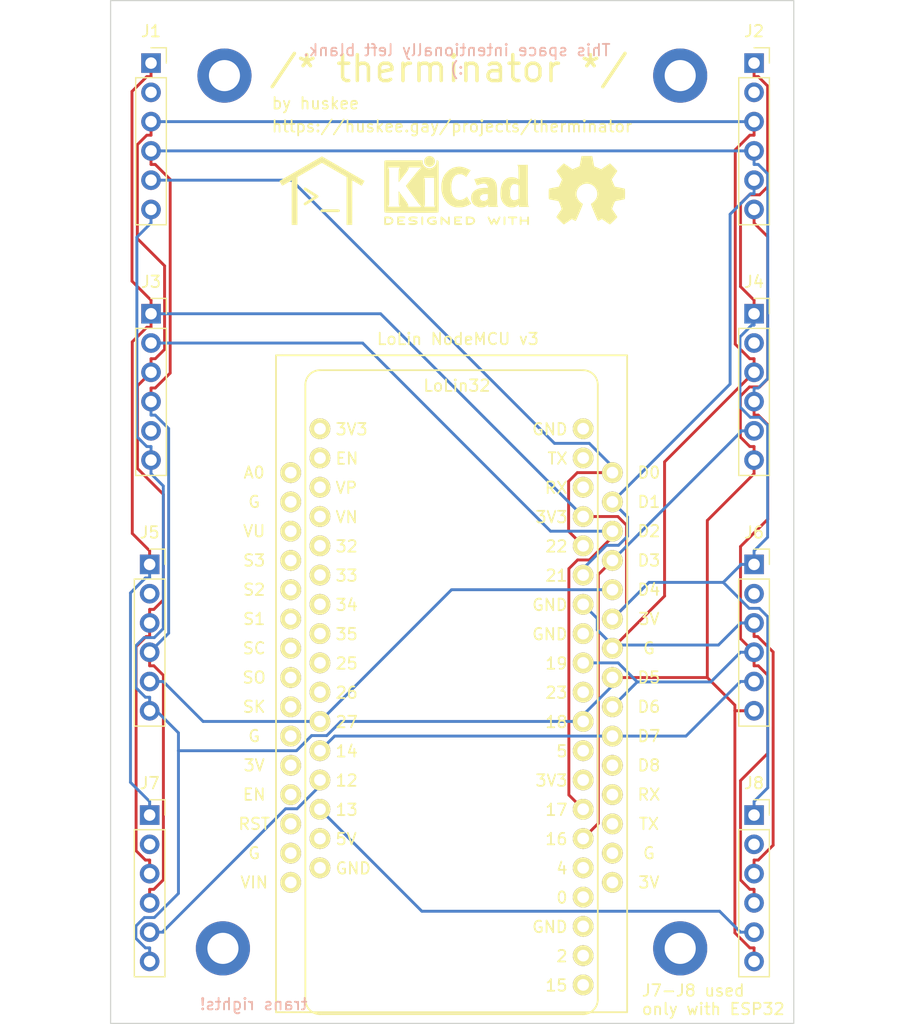
<source format=kicad_pcb>
(kicad_pcb (version 20221018) (generator pcbnew)

  (general
    (thickness 1.6)
  )

  (paper "A4")
  (title_block
    (title "therminator")
    (date "2023-12-25")
    (rev "v1")
    (company "huskee")
  )

  (layers
    (0 "F.Cu" signal)
    (31 "B.Cu" signal)
    (32 "B.Adhes" user "B.Adhesive")
    (33 "F.Adhes" user "F.Adhesive")
    (34 "B.Paste" user)
    (35 "F.Paste" user)
    (36 "B.SilkS" user "B.Silkscreen")
    (37 "F.SilkS" user "F.Silkscreen")
    (38 "B.Mask" user)
    (39 "F.Mask" user)
    (40 "Dwgs.User" user "User.Drawings")
    (41 "Cmts.User" user "User.Comments")
    (42 "Eco1.User" user "User.Eco1")
    (43 "Eco2.User" user "User.Eco2")
    (44 "Edge.Cuts" user)
    (45 "Margin" user)
    (46 "B.CrtYd" user "B.Courtyard")
    (47 "F.CrtYd" user "F.Courtyard")
    (48 "B.Fab" user)
    (49 "F.Fab" user)
    (50 "User.1" user)
    (51 "User.2" user)
    (52 "User.3" user)
    (53 "User.4" user)
    (54 "User.5" user)
    (55 "User.6" user)
    (56 "User.7" user)
    (57 "User.8" user)
    (58 "User.9" user)
  )

  (setup
    (stackup
      (layer "F.SilkS" (type "Top Silk Screen"))
      (layer "F.Paste" (type "Top Solder Paste"))
      (layer "F.Mask" (type "Top Solder Mask") (thickness 0.01))
      (layer "F.Cu" (type "copper") (thickness 0.035))
      (layer "dielectric 1" (type "core") (thickness 1.51) (material "FR4") (epsilon_r 4.5) (loss_tangent 0.02))
      (layer "B.Cu" (type "copper") (thickness 0.035))
      (layer "B.Mask" (type "Bottom Solder Mask") (thickness 0.01))
      (layer "B.Paste" (type "Bottom Solder Paste"))
      (layer "B.SilkS" (type "Bottom Silk Screen"))
      (copper_finish "None")
      (dielectric_constraints no)
    )
    (pad_to_mask_clearance 0)
    (aux_axis_origin 106.91 47.5)
    (pcbplotparams
      (layerselection 0x00010fc_ffffffff)
      (plot_on_all_layers_selection 0x0000000_00000000)
      (disableapertmacros false)
      (usegerberextensions false)
      (usegerberattributes true)
      (usegerberadvancedattributes true)
      (creategerberjobfile true)
      (dashed_line_dash_ratio 12.000000)
      (dashed_line_gap_ratio 3.000000)
      (svgprecision 4)
      (plotframeref false)
      (viasonmask false)
      (mode 1)
      (useauxorigin false)
      (hpglpennumber 1)
      (hpglpenspeed 20)
      (hpglpendiameter 15.000000)
      (dxfpolygonmode true)
      (dxfimperialunits true)
      (dxfusepcbnewfont true)
      (psnegative false)
      (psa4output false)
      (plotreference true)
      (plotvalue true)
      (plotinvisibletext false)
      (sketchpadsonfab false)
      (subtractmaskfromsilk false)
      (outputformat 1)
      (mirror false)
      (drillshape 1)
      (scaleselection 1)
      (outputdirectory "")
    )
  )

  (net 0 "")
  (net 1 "/3V3")
  (net 2 "unconnected-(J1-Pin_2-Pad2)")
  (net 3 "/GND")
  (net 4 "/POCI")
  (net 5 "/CS_A")
  (net 6 "/CLK")
  (net 7 "unconnected-(J2-Pin_2-Pad2)")
  (net 8 "/CS_B")
  (net 9 "/CS_C")
  (net 10 "unconnected-(J3-Pin_5-Pad5)")
  (net 11 "unconnected-(J4-Pin_2-Pad2)")
  (net 12 "/CS_D")
  (net 13 "unconnected-(J5-Pin_2-Pad2)")
  (net 14 "/CS_E")
  (net 15 "unconnected-(J6-Pin_2-Pad2)")
  (net 16 "/CS_F")
  (net 17 "unconnected-(U1-A0(ADC0)-Pad1)")
  (net 18 "unconnected-(U1-RSV-Pad2)")
  (net 19 "unconnected-(U1-RSV-Pad3)")
  (net 20 "unconnected-(U1-SD3(GPIO10)-Pad4)")
  (net 21 "unconnected-(U1-SD2(GPIO9)-Pad5)")
  (net 22 "unconnected-(U1-SD1(MOSI)-Pad6)")
  (net 23 "unconnected-(U1-CMD(CS)-Pad7)")
  (net 24 "unconnected-(U1-SDO(MISO)-Pad8)")
  (net 25 "unconnected-(U1-CLK(SCLK)-Pad9)")
  (net 26 "unconnected-(U1-GND-Pad10)")
  (net 27 "unconnected-(U1-3.3V-Pad11)")
  (net 28 "unconnected-(U1-EN-Pad12)")
  (net 29 "unconnected-(U1-RST-Pad13)")
  (net 30 "unconnected-(U1-GND-Pad14)")
  (net 31 "unconnected-(U1-VIN-Pad15)")
  (net 32 "unconnected-(U1-3.3V-Pad16)")
  (net 33 "unconnected-(U1-GND-Pad17)")
  (net 34 "unconnected-(U1-TX(GPIO1)-Pad18)")
  (net 35 "unconnected-(U1-RX(DPIO3)-Pad19)")
  (net 36 "unconnected-(U1-D8(GPIO15)-Pad20)")
  (net 37 "unconnected-(J7-Pin_2-Pad2)")
  (net 38 "/CS_G")
  (net 39 "unconnected-(J8-Pin_2-Pad2)")
  (net 40 "/CS_H")
  (net 41 "unconnected-(U2-15-Pad36)")
  (net 42 "unconnected-(U2-2-Pad35)")
  (net 43 "unconnected-(U2-GND-Pad34)")
  (net 44 "unconnected-(U2-0-Pad33)")
  (net 45 "unconnected-(U2-4-Pad32)")
  (net 46 "unconnected-(U2-3V3-Pad29)")
  (net 47 "unconnected-(U2-SS{slash}5{slash}LED-Pad28)")
  (net 48 "unconnected-(U2-MOSI{slash}23-Pad26)")
  (net 49 "unconnected-(U2-GND-Pad16)")
  (net 50 "unconnected-(U2-5V-Pad15)")
  (net 51 "unconnected-(U2-26-Pad10)")
  (net 52 "unconnected-(U2-25-Pad9)")
  (net 53 "unconnected-(U2-35-Pad8)")
  (net 54 "unconnected-(U2-34-Pad7)")
  (net 55 "unconnected-(U2-33-Pad6)")
  (net 56 "unconnected-(U2-32-Pad5)")
  (net 57 "unconnected-(U2-39{slash}VN-Pad4)")
  (net 58 "unconnected-(U2-36{slash}VP-Pad3)")
  (net 59 "unconnected-(U2-EN-Pad2)")
  (net 60 "unconnected-(U2-3V3-Pad1)")
  (net 61 "unconnected-(U2-GND-Pad24)")
  (net 62 "unconnected-(U2-RX-Pad19)")
  (net 63 "unconnected-(U2-TX-Pad18)")
  (net 64 "unconnected-(U2-GND-Pad17)")

  (footprint "Wemos:LoLin_32_Board_clean" (layer "F.Cu") (at 136.535 108.78))

  (footprint "Connector_PinSocket_2.54mm:PinSocket_1x06_P2.54mm_Vertical" (layer "F.Cu") (at 162.81 52.924))

  (footprint "Symbol:OSHW-Symbol_6.7x6mm_SilkScreen" (layer "F.Cu") (at 148.279041 63.97))

  (footprint "Connector_PinSocket_2.54mm:PinSocket_1x06_P2.54mm_Vertical" (layer "F.Cu") (at 162.81 74.674))

  (footprint "Connector_PinSocket_2.54mm:PinSocket_1x06_P2.54mm_Vertical" (layer "F.Cu") (at 162.81 118.174))

  (footprint "Connector_PinSocket_2.54mm:PinSocket_1x06_P2.54mm_Vertical" (layer "F.Cu") (at 110.31 118.175))

  (footprint "Connector_PinSocket_2.54mm:PinSocket_1x06_P2.54mm_Vertical" (layer "F.Cu") (at 110.43 52.924))

  (footprint "MountingHole:MountingHole_2.7mm_M2.5_DIN965_Pad_TopBottom" (layer "F.Cu") (at 156.395 129.74))

  (footprint "huskee:hackerspace_Logo_medium" (layer "F.Cu") (at 125.279041 63.47))

  (footprint "Connector_PinSocket_2.54mm:PinSocket_1x06_P2.54mm_Vertical" (layer "F.Cu") (at 110.31 96.4247))

  (footprint "MountingHole:MountingHole_2.7mm_M2.5_DIN965_Pad_TopBottom" (layer "F.Cu") (at 116.675 129.74))

  (footprint "MountingHole:MountingHole_2.7mm_M2.5_DIN965_Pad_TopBottom" (layer "F.Cu") (at 116.7955 54.01))

  (footprint "MountingHole:MountingHole_2.7mm_M2.5_DIN965_Pad_TopBottom" (layer "F.Cu") (at 156.395 54.01))

  (footprint "ESP8266:NodeMCU-LoLinV3" (layer "F.Cu") (at 136.535 108.78))

  (footprint "Symbol:KiCad-Logo2_5mm_SilkScreen" (layer "F.Cu") (at 136.967196 63.97))

  (footprint "Connector_PinSocket_2.54mm:PinSocket_1x06_P2.54mm_Vertical" (layer "F.Cu") (at 162.81 96.424))

  (footprint "Connector_PinSocket_2.54mm:PinSocket_1x06_P2.54mm_Vertical" (layer "F.Cu") (at 110.43 74.6743))

  (gr_rect (start 106.92 47.5) (end 166.26 136.25)
    (stroke (width 0.1) (type default)) (fill none) (layer "Edge.Cuts") (tstamp 69faf310-c0ca-4815-a2b8-b3049d725d49))
  (gr_text "This space intentionally left blank.\n:)" (at 137 54) (layer "B.SilkS") (tstamp 1128381b-7a30-4ea2-bf7f-731cb1f9e849)
    (effects (font (size 1 1) (thickness 0.15)) (justify bottom mirror))
  )
  (gr_text "trans rights!" (at 124.111974 135.168026) (layer "B.SilkS") (tstamp 474fa2ad-7695-4f8a-9388-630c585a2002)
    (effects (font (size 1 1) (thickness 0.15)) (justify left bottom mirror))
  )
  (gr_text "by huskee" (at 120.828193 57) (layer "F.SilkS") (tstamp 0df1709c-dc3c-43e3-84f2-a31870703e47)
    (effects (font (size 1 1) (thickness 0.15)) (justify left bottom))
  )
  (gr_text "LoLin32" (at 134 81.5) (layer "F.SilkS") (tstamp 29fe467d-d2e9-4dde-ba09-96a1d7e95078)
    (effects (font (size 1 1) (thickness 0.15)) (justify left bottom))
  )
  (gr_text "https://huskee.gay/projects/therminator" (at 120.828193 59) (layer "F.SilkS") (tstamp 2f688330-554f-431d-88c1-9a4c02cadafa)
    (effects (font (size 1 1) (thickness 0.15)) (justify left bottom))
  )
  (gr_text "/* therminator */" (at 120.546 54.73) (layer "F.SilkS") (tstamp 61dbc440-a29e-4591-81ae-6122767bba32)
    (effects (font (size 2.25 2.25) (thickness 0.3)) (justify left bottom))
  )
  (gr_text "LoLin NodeMCU v3" (at 129.96 77.45) (layer "F.SilkS") (tstamp 8fa6649d-a9f2-4f23-aa95-aee499cf95c5)
    (effects (font (size 1 1) (thickness 0.15)) (justify left bottom))
  )
  (gr_text "J7-J8 used \nonly with ESP32" (at 152.98 135.59) (layer "F.SilkS") (tstamp a2a890e7-32d2-420e-a705-ece27a8abf63)
    (effects (font (size 1 1) (thickness 0.15) bold) (justify left bottom))
  )

  (segment (start 110.43 52.924) (end 110.43 54.1009) (width 0.25) (layer "F.Cu") (net 1) (tstamp 0b00af94-f01a-4161-8bda-de74d0ea65fc))
  (segment (start 110.43 74.6743) (end 110.43 75.8512) (width 0.25) (layer "F.Cu") (net 1) (tstamp 0d96e80e-5e96-4a13-b72f-32360bffd542))
  (segment (start 163.9869 54.9099) (end 163.1779 54.1009) (width 0.25) (layer "F.Cu") (net 1) (tstamp 23570fc1-bc32-43d4-ac07-2f806e0d9ac6))
  (segment (start 163.2922 64.354) (end 163.9869 63.6593) (width 0.25) (layer "F.Cu") (net 1) (tstamp 23e8e3c9-b854-4c8d-a732-37dc5e85ff8e))
  (segment (start 108.7764 55.3867) (end 108.7764 71.8438) (width 0.25) (layer "F.Cu") (net 1) (tstamp 3af512e3-94b5-49d2-824c-9910a4837ea4))
  (segment (start 162.81 73.4971) (end 161.6331 72.3202) (width 0.25) (layer "F.Cu") (net 1) (tstamp 43318181-b2b1-42e6-bac8-a11e40890a1d))
  (segment (start 162.81 74.674) (end 162.81 73.4971) (width 0.25) (layer "F.Cu") (net 1) (tstamp 4412c744-9e72-4d5c-9619-9da9cdd2b207))
  (segment (start 110.43 54.1009) (end 110.0622 54.1009) (width 0.25) (layer "F.Cu") (net 1) (tstamp 51b45265-2ffb-46dc-a624-659b125d16b1))
  (segment (start 110.43 74.6743) (end 110.43 73.4974) (width 0.25) (layer "F.Cu") (net 1) (tstamp 534e9e8a-b473-4cbe-9ccf-40d39bd85811))
  (segment (start 162.401 64.354) (end 163.2922 64.354) (width 0.25) (layer "F.Cu") (net 1) (tstamp 56f13f0e-0279-4f5f-8bbe-4e5281eb5dda))
  (segment (start 110.0622 54.1009) (end 108.7764 55.3867) (width 0.25) (layer "F.Cu") (net 1) (tstamp 6e89a478-ba22-4345-b4e8-6abbf427f5b1))
  (segment (start 150.505 101.16) (end 151.7319 99.9331) (width 0.25) (layer "F.Cu") (net 1) (tstamp 737f3a0b-a98b-4c23-850d-81ce7811231a))
  (segment (start 162.81 52.924) (end 162.81 54.1009) (width 0.25) (layer "F.Cu") (net 1) (tstamp 7f11734f-9bd0-4cf4-93fb-6cba181da93a))
  (segment (start 108.8012 93.739) (end 110.31 95.2478) (width 0.25) (layer "F.Cu") (net 1) (tstamp 87caf347-0709-4e26-9e62-f982c59d5d38))
  (segment (start 150.9828 92.27) (end 147.965 92.27) (width 0.25) (layer "F.Cu") (net 1) (tstamp 983efd7e-1846-4459-afe2-dda93fe54007))
  (segment (start 151.7319 99.9331) (end 151.7319 93.0191) (width 0.25) (layer "F.Cu") (net 1) (tstamp a5f81e2a-37c2-4b13-9f1a-0629c8a8b01e))
  (segment (start 110.31 96.4247) (end 110.31 95.2478) (width 0.25) (layer "F.Cu") (net 1) (tstamp ad288f93-a119-4790-98e9-c6692a8e98a1))
  (segment (start 161.6331 72.3202) (end 161.6331 65.1219) (width 0.25) (layer "F.Cu") (net 1) (tstamp b5c821f9-8f2e-46e8-8b10-cbac3d64fa5b))
  (segment (start 110.43 75.8512) (end 110.0621 75.8512) (width 0.25) (layer "F.Cu") (net 1) (tstamp bca58898-60ff-484d-842d-5a44e5cd4cd4))
  (segment (start 163.1779 54.1009) (end 162.81 54.1009) (width 0.25) (layer "F.Cu") (net 1) (tstamp c4547d1f-afa0-42c4-9bab-51c5d8f9ac7a))
  (segment (start 151.7319 93.0191) (end 150.9828 92.27) (width 0.25) (layer "F.Cu") (net 1) (tstamp d0739ed0-524f-485b-8fc2-09c114fb40a3))
  (segment (start 108.8012 77.1121) (end 108.8012 93.739) (width 0.25) (layer "F.Cu") (net 1) (tstamp d8ec5851-afa7-4095-b8cd-62184475a454))
  (segment (start 163.9869 63.6593) (end 163.9869 54.9099) (width 0.25) (layer "F.Cu") (net 1) (tstamp da473139-0bd2-4ce9-b7d1-030c87452297))
  (segment (start 110.0621 75.8512) (end 108.8012 77.1121) (width 0.25) (layer "F.Cu") (net 1) (tstamp deff010d-f8f3-4626-b2a1-18146d42d616))
  (segment (start 161.6331 65.1219) (end 162.401 64.354) (width 0.25) (layer "F.Cu") (net 1) (tstamp ef944683-f8ae-4b32-a868-21f9d422e5b1))
  (segment (start 108.7764 71.8438) (end 110.43 73.4974) (width 0.25) (layer "F.Cu") (net 1) (tstamp f32e45e8-c6fe-4db7-bbe0-31e0304c2755))
  (segment (start 162.6061 75.6637) (end 161.5868 76.683) (width 0.25) (layer "B.Cu") (net 1) (tstamp 025cf0f7-d14d-4838-a9d3-5cca7d6f39cc))
  (segment (start 162.81 96.424) (end 161.6331 96.424) (width 0.25) (layer "B.Cu") (net 1) (tstamp 02e57742-0e02-4158-a89d-a5bd78295db6))
  (segment (start 162.81 118.174) (end 162.81 116.9971) (width 0.25) (layer "B.Cu") (net 1) (tstamp 103d8728-dc03-48a6-8370-b5eacf790c8b))
  (segment (start 163.2662 100.234) (end 162.3832 100.234) (width 0.25) (layer "B.Cu") (net 1) (tstamp 127a6e00-916c-47d7-9b7b-0e6e9f70d87e))
  (segment (start 162.81 75.6637) (end 162.6061 75.6637) (width 0.25) (layer "B.Cu") (net 1) (tstamp 17bed8d8-3e14-412c-915c-85fe36dc85ea))
  (segment (start 110.31 97.6016) (end 109.9422 97.6016) (width 0.25) (layer "B.Cu") (net 1) (tstamp 1ecb558d-dfa4-4e9f-acb8-145397dabf9d))
  (segment (start 163.2975 83.6571) (end 163.9869 84.3465) (width 0.25) (layer "B.Cu") (net 1) (tstamp 1ed8b8ab-32b4-4a75-930c-e1527f37851b))
  (segment (start 163.9869 94.0702) (end 162.81 95.2471) (width 0.25) (layer "B.Cu") (net 1) (tstamp 23c5f5e2-63fb-4223-ad86-2b3cbc734fe0))
  (segment (start 160.1331 97.9839) (end 153.6811 97.9839) (width 0.25) (layer "B.Cu") (net 1) (tstamp 31954345-bae4-48a4-b664-8db9759c9700))
  (segment (start 162.4791 83.6571) (end 163.2975 83.6571) (width 0.25) (layer "B.Cu") (net 1) (tstamp 35fee062-dd79-4f84-b2e8-56bed2fb961d))
  (segment (start 163.9869 84.3465) (end 163.9869 94.0702) (width 0.25) (layer "B.Cu") (net 1) (tstamp 3dc136be-6e85-434f-94b3-6660975134dd))
  (segment (start 163.9991 115.808) (end 163.9991 100.9669) (width 0.25) (layer "B.Cu") (net 1) (tstamp 43cc8f86-c205-497e-be8e-97d1bf5b0f82))
  (segment (start 108.6455 98.8983) (end 108.6455 115.3336) (width 0.25) (layer "B.Cu") (net 1) (tstamp 50403ad3-da54-421b-99d1-49ccbdc468a8))
  (segment (start 109.9422 97.6016) (end 108.6455 98.8983) (width 0.25) (layer "B.Cu") (net 1) (tstamp 599129e6-7fce-4efc-b669-1987dbedfc9a))
  (segment (start 162.3832 100.234) (end 160.1331 97.9839) (width 0.25) (layer "B.Cu") (net 1) (tstamp 6147e9d8-c870-42e8-9f42-f15c67e3123e))
  (segment (start 110.43 74.6743) (end 130.3693 74.6743) (width 0.25) (layer "B.Cu") (net 1) (tstamp 6b35a7c0-d6e3-447a-92c1-d90bb4ea9bed))
  (segment (start 110.31 118.175) (end 110.31 116.9981) (width 0.25) (layer "B.Cu") (net 1) (tstamp 76dc3622-29c6-4b28-a8f6-53705f5564c7))
  (segment (start 161.6331 96.4839) (end 161.6331 96.424) (width 0.25) (layer "B.Cu") (net 1) (tstamp 93f0855f-5276-499a-b61a-eb5f924e306d))
  (segment (start 160.1331 97.9839) (end 161.6331 96.4839) (width 0.25) (layer "B.Cu") (net 1) (tstamp a20d0089-98f9-4c05-95a1-0b5ee205cce0))
  (segment (start 162.81 74.674) (end 162.81 75.6637) (width 0.25) (layer "B.Cu") (net 1) (tstamp a9ccc50a-648c-408e-b4ba-a9f0d5cc3220))
  (segment (start 162.81 96.424) (end 162.81 95.2471) (width 0.25) (layer "B.Cu") (net 1) (tstamp acd7e098-929b-42c1-b5cb-fa1fd3d11ffe))
  (segment (start 161.5868 76.683) (end 161.5868 82.7648) (width 0.25) (layer "B.Cu") (net 1) (tstamp cb6399f3-d4c5-4301-a84a-862aab0a5790))
  (segment (start 163.9991 100.9669) (end 163.2662 100.234) (width 0.25) (layer "B.Cu") (net 1) (tstamp cb83341c-2863-4db9-bdf4-8dc81672d5dc))
  (segment (start 130.3693 74.6743) (end 147.965 92.27) (width 0.25) (layer "B.Cu") (net 1) (tstamp cf8810e5-5911-4a89-8b34-97e9696d8ded))
  (segment (start 161.5868 82.7648) (end 162.4791 83.6571) (width 0.25) (layer "B.Cu") (net 1) (tstamp e3d96f74-86d3-4435-9ad8-3a1f2e67d64c))
  (segment (start 110.31 96.4247) (end 110.31 97.6016) (width 0.25) (layer "B.Cu") (net 1) (tstamp e5a3b2b7-d20d-4fee-8966-93b296b65e7f))
  (segment (start 162.81 116.9971) (end 163.9991 115.808) (width 0.25) (layer "B.Cu") (net 1) (tstamp e87023be-3a23-4336-86b7-66054e76cd3e))
  (segment (start 108.6455 115.3336) (end 110.31 116.9981) (width 0.25) (layer "B.Cu") (net 1) (tstamp fc5f4f46-9ebc-4a70-ac8f-7cc314120b8d))
  (segment (start 153.6811 97.9839) (end 150.505 101.16) (width 0.25) (layer "B.Cu") (net 1) (tstamp ffc0e0ba-c45f-464f-8411-126cbe81fab4))
  (segment (start 109.1331 121.2691) (end 109.9421 122.0781) (width 0.25) (layer "F.Cu") (net 3) (tstamp 01d27993-36aa-449c-8282-5da62ed85607))
  (segment (start 163.1778 122.0771) (end 164.4656 120.7893) (width 0.25) (layer "F.Cu") (net 3) (tstamp 02b0446b-4728-4a1e-a419-cae8687f5fe5))
  (segment (start 111.504 90.3502) (end 109.2531 88.0993) (width 0.25) (layer "F.Cu") (net 3) (tstamp 090c391a-7f01-4dc2-87ba-7ca44588cc3d))
  (segment (start 162.81 123.254) (end 162.81 122.0771) (width 0.25) (layer "F.Cu") (net 3) (tstamp 0a2bfb69-a34b-462a-befd-457e1bd4e761))
  (segment (start 110.43 58.004) (end 110.43 59.1809) (width 0.25) (layer "F.Cu") (net 3) (tstamp 0e6f600f-d947-45ac-ba12-29c0a6d3d34d))
  (segment (start 110.31 101.5047) (end 110.31 100.3278) (width 0.25) (layer "F.Cu") (net 3) (tstamp 1e01e48f-ccc0-44f1-a682-03451cc4952e))
  (segment (start 162.81 58.004) (end 162.81 59.1809) (width 0.25) (layer "F.Cu") (net 3) (tstamp 2420ad43-9c41-486d-b940-d2526b3ec006))
  (segment (start 162.4442 59.1809) (end 162.81 59.1809) (width 0.25) (layer "F.Cu") (net 3) (tstamp 251e5874-2465-488c-8b80-a6222d548c1c))
  (segment (start 110.31 101.5047) (end 110.31 102.6816) (width 0.25) (layer "F.Cu") (net 3) (tstamp 2e55378e-ccc0-4cf6-95cb-0f532692fe3c))
  (segment (start 110.0087 102.6816) (end 109.1331 103.5572) (width 0.25) (layer "F.Cu") (net 3) (tstamp 2e865d94-dd2b-4524-af49-0571b592d40a))
  (segment (start 162.81 102.0924) (end 162.81 101.504) (width 0.25) (layer "F.Cu") (net 3) (tstamp 34dfb4eb-71d2-43c2-9387-ea202b2e1354))
  (segment (start 109.9421 122.0781) (end 110.31 122.0781) (width 0.25) (layer "F.Cu") (net 3) (tstamp 51785115-4b42-4696-9255-d8c96c554c42))
  (segment (start 110.0642 59.1809) (end 110.43 59.1809) (width 0.25) (layer "F.Cu") (net 3) (tstamp 52be41db-40fc-4afc-8e6a-f221fa545b66))
  (segment (start 110.31 100.3278) (end 110.6758 100.3278) (width 0.25) (layer "F.Cu") (net 3) (tstamp 53841ffa-9ff9-489c-826f-b998d6ba371e))
  (segment (start 162.4422 78.5771) (end 161.1774 77.3123) (width 0.25) (layer "F.Cu") (net 3) (tstamp 5986989d-fdff-43b0-9f00-76c0780c7617))
  (segment (start 109.2531 80.9312) (end 110.43 79.7543) (width 0.25) (layer "F.Cu") (net 3) (tstamp 5ad1bc2f-dbb5-43da-a89b-32288c33c852))
  (segment (start 162.81 122.0771) (end 163.1778 122.0771) (width 0.25) (layer "F.Cu") (net 3) (tstamp 6194abe3-325c-477c-b135-e1524285b4fb))
  (segment (start 109.1331 103.5572) (end 109.1331 121.2691) (width 0.25) (layer "F.Cu") (net 3) (tstamp 63dde8cc-ee37-43a4-8968-5d98efa7a457))
  (segment (start 111.504 99.4996) (end 111.504 90.3502) (width 0.25) (layer "F.Cu") (net 3) (tstamp 6a44a2fb-7dd9-46c3-89e4-2cbd75766955))
  (segment (start 110.7979 78.5774) (end 111.6069 77.7684) (width 0.25) (layer "F.Cu") (net 3) (tstamp 8124e644-c719-47a0-9944-79a5fc2f4c19))
  (segment (start 110.43 79.7543) (end 110.43 78.5774) (width 0.25) (layer "F.Cu") (net 3) (tstamp 8c026793-8403-4f1a-b192-a27bdac4c038))
  (segment (start 163.124 102.6809) (end 162.81 102.6809) (width 0.25) (layer "F.Cu") (net 3) (tstamp 9db63084-f0f3-41f9-9c54-919dd50208ff))
  (segment (start 162.81 79.754) (end 162.81 78.5771) (width 0.25) (layer "F.Cu") (net 3) (tstamp 9f4ea1e5-ee5e-47a3-abd3-ba1779948182))
  (segment (start 155.0368 87.5272) (end 162.81 79.754) (width 0.25) (layer "F.Cu") (net 3) (tstamp a8e93dc5-6aab-4fdc-9829-edb2fc89bc32))
  (segment (start 110.31 123.255) (end 110.31 122.0781) (width 0.25) (layer "F.Cu") (net 3) (tstamp a90cf220-57d2-48af-a2ea-11714904939e))
  (segment (start 164.4656 120.7893) (end 164.4656 104.0225) (width 0.25) (layer "F.Cu") (net 3) (tstamp b6eb1dda-cfea-4941-979d-98f3cbd490c6))
  (segment (start 111.6069 70.5155) (end 109.2415 68.1501) (width 0.25) (layer "F.Cu") (net 3) (tstamp b7529cab-fef0-4011-b293-e1c2d9fe7f64))
  (segment (start 110.31 102.6816) (end 110.0087 102.6816) (width 0.25) (layer "F.Cu") (net 3) (tstamp bd20517d-d4ee-4fe9-b3bd-0d3418ca39f9))
  (segment (start 161.1774 60.4477) (end 162.4442 59.1809) (width 0.25) (layer "F.Cu") (net 3) (tstamp bf99ea15-f43c-4ff8-8b26-aa71b4bfdd67))
  (segment (start 155.0368 99.1682) (end 155.0368 87.5272) (width 0.25) (layer "F.Cu") (net 3) (tstamp c533da1b-b15a-4e6c-9da4-e4789db30b4f))
  (segment (start 161.1774 77.3123) (end 161.1774 60.4477) (width 0.25) (layer "F.Cu") (net 3) (tstamp c5df6de6-61d8-42fc-ba1e-eeb4ed8988de))
  (segment (start 109.2415 60.0036) (end 110.0642 59.1809) (width 0.25) (layer "F.Cu") (net 3) (tstamp c8a4129b-4ad1-4ea8-991e-e6b6b9faa865))
  (segment (start 162.81 78.5771) (end 162.4422 78.5771) (width 0.25) (layer "F.Cu") (net 3) (tstamp c99caaf1-a5df-4a7a-bf98-a0e9a70631f5))
  (segment (start 110.6758 100.3278) (end 111.504 99.4996) (width 0.25) (layer "F.Cu") (net 3) (tstamp cd730cad-f35f-49de-a801-4059e178e8ed))
  (segment (start 110.43 78.5774) (end 110.7979 78.5774) (width 0.25) (layer "F.Cu") (net 3) (tstamp d32db7fd-aac4-4e81-bb39-7ced0ab849fe))
  (segment (start 164.4656 104.0225) (end 163.124 102.6809) (width 0.25) (layer "F.Cu") (net 3) (tstamp dcba8a9c-90b4-4a83-a4fa-5774000b9e87))
  (segment (start 150.505 103.7) (end 155.0368 99.1682) (width 0.25) (layer "F.Cu") (net 3) (tstamp e0c72840-0a1d-4b9f-844b-5a0d66f59c6f))
  (segment (start 162.81 102.0924) (end 162.81 102.6809) (width 0.25) (layer "F.Cu") (net 3) (tstamp f0244d45-ecef-48eb-8018-7d1c0637c055))
  (segment (start 109.2531 88.0993) (end 109.2531 80.9312) (width 0.25) (layer "F.Cu") (net 3) (tstamp f26c6ce9-bfe9-4065-975d-4ac2e4ba0d71))
  (segment (start 111.6069 77.7684) (end 111.6069 70.5155) (width 0.25) (layer "F.Cu") (net 3) (tstamp fdfdf37c-a198-45a2-aebd-60dc4f5f43b7))
  (segment (start 109.2415 68.1501) (end 109.2415 60.0036) (width 0.25) (layer "F.Cu") (net 3) (tstamp ff583254-7f41-49cb-952b-496753cfbca0))
  (segment (start 149.196 102.1096) (end 150.505 103.4186) (width 0.25) (layer "B.Cu") (net 3) (tstamp 6cc7816c-b6e6-4837-954b-55f1a3490d1c))
  (segment (start 110.43 58.004) (end 162.81 58.004) (width 0.25) (layer "B.Cu") (net 3) (tstamp 9c32dff0-4b23-482f-9606-14d4c27d04f3))
  (segment (start 150.505 103.4186) (end 150.505 103.7) (width 0.25) (layer "B.Cu") (net 3) (tstamp ac9e22b9-c000-4b7b-9e3e-e8122da86fdb))
  (segment (start 147.965 99.89) (end 149.196 101.121) (width 0.25) (layer "B.Cu") (net 3) (tstamp d00743c7-1d2d-412a-a109-04cdb17d029f))
  (segment (start 150.505 103.4186) (end 159.7185 103.4186) (width 0.25) (layer "B.Cu") (net 3) (tstamp ef400cda-7fe5-4307-befb-efa6a224b793))
  (segment (start 149.196 101.121) (end 149.196 102.1096) (width 0.25) (layer "B.Cu") (net 3) (tstamp f2dbcd38-1fe2-4c5b-83b2-18f403e1adba))
  (segment (start 159.7185 103.4186) (end 161.6331 101.504) (width 0.25) (layer "B.Cu") (net 3) (tstamp f328d31b-d31d-4349-ad30-1dbfb174a24c))
  (segment (start 162.81 101.504) (end 161.6331 101.504) (width 0.25) (layer "B.Cu") (net 3) (tstamp fc943b2c-763e-4eca-ba41-e2a5fb81b116))
  (segment (start 162.81 104.044) (end 162.81 105.2209) (width 0.25) (layer "F.Cu") (net 4) (tstamp 083f1c3d-3d77-4fe9-b842-574e2e529bb7))
  (segment (start 112.0942 79.821) (end 112.0942 63.0193) (width 0.25) (layer "F.Cu") (net 4) (tstamp 09d6efd1-6b80-4448-9916-5b746d68c2c7))
  (segment (start 110.31 125.795) (end 110.31 124.6181) (width 0.25) (layer "F.Cu") (net 4) (tstamp 1f51378a-8797-4c7b-a848-029f490d5bac))
  (segment (start 110.7978 81.1174) (end 112.0942 79.821) (width 0.25) (layer "F.Cu") (net 4) (tstamp 27d0223f-756a-4e49-9260-c699a9b70aef))
  (segment (start 110.43 60.544) (end 110.43 61.7209) (width 0.25) (layer "F.Cu") (net 4) (tstamp 2d232d8f-e645-4172-b330-0bcecc767424))
  (segment (start 162.81 105.2209) (end 163.1779 105.2209) (width 0.25) (layer "F.Cu") (net 4) (tstamp 33e7d551-0e0a-45df-916f-f2d36790269e))
  (segment (start 110.31 105.2216) (end 110.6778 105.2216) (width 0.25) (layer "F.Cu") (net 4) (tstamp 353ff592-1481-44f7-aff3-869110ddd0f6))
  (segment (start 162.4442 124.6171) (end 162.81 124.6171) (width 0.25) (layer "F.Cu") (net 4) (tstamp 46634faa-b343-4bb3-ba77-56aa731b4061))
  (segment (start 110.6778 105.2216) (end 111.504 106.0478) (width 0.25) (layer "F.Cu") (net 4) (tstamp 497e6089-284b-4477-8254-a8b050bd14b5))
  (segment (start 110.43 82.2943) (end 110.43 81.1174) (width 0.25) (layer "F.Cu") (net 4) (tstamp 4c7651b2-ee8d-4e4d-8ef8-b78377cb452b))
  (segment (start 162.81 83.4709) (end 163.1778 83.4709) (width 0.25) (layer "F.Cu") (net 4) (tstamp 56c4ce85-890f-4145-9b9e-88ebfc309e0c))
  (segment (start 161.6331 94.8708) (end 161.6331 102.8671) (width 0.25) (layer "F.Cu") (net 4) (tstamp 5d0b0798-6982-4aea-affd-1ae688573052))
  (segment (start 163.9998 84.2929) (end 163.9998 92.5041) (width 0.25) (layer "F.Cu") (net 4) (tstamp 5fb5b32c-b2d5-4a62-9381-9c45982b774a))
  (segment (start 111.504 106.0478) (end 111.504 123.7899) (width 0.25) (layer "F.Cu") (net 4) (tstamp 648c9541-b256-4e97-999d-1bedfa058470))
  (segment (start 162.81 125.794) (end 162.81 124.6171) (width 0.25) (layer "F.Cu") (net 4) (tstamp 6efc16f3-0c6a-4d95-8b22-da46f43524aa))
  (segment (start 110.7958 61.7209) (end 110.43 61.7209) (width 0.25) (layer "F.Cu") (net 4) (tstamp 7887b4d2-f1dd-401a-be11-65a122a7a0c2))
  (segment (start 163.9869 112.8324) (end 161.6331 115.1862) (width 0.25) (layer "F.Cu") (net 4) (tstamp 7c95172b-729b-450a-8002-f4d51c59c2a9))
  (segment (start 112.0942 63.0193) (end 110.7958 61.7209) (width 0.25) (layer "F.Cu") (net 4) (tstamp 8f8871ff-ad69-4679-979d-84e53aca6d41))
  (segment (start 162.81 82.294) (end 162.81 83.4709) (width 0.25) (layer "F.Cu") (net 4) (tstamp 8f95eed3-0e92-485d-abfd-454de0bc9289))
  (segment (start 161.6331 102.8671) (end 162.81 104.044) (width 0.25) (layer "F.Cu") (net 4) (tstamp 909ed26f-1e06-42b2-8a80-11468f18919e))
  (segment (start 161.6331 123.806) (end 162.4442 124.6171) (width 0.25) (layer "F.Cu") (net 4) (tstamp 9ddb3b24-8468-41de-8741-da6672fde5dd))
  (segment (start 163.1778 83.4709) (end 163.9998 84.2929) (width 0.25) (layer "F.Cu") (net 4) (tstamp aa49019f-63f0-4439-b239-9504919fcff7))
  (segment (start 163.9998 92.5041) (end 161.6331 94.8708) (width 0.25) (layer "F.Cu") (net 4) (tstamp c74c9a21-61a9-4df7-9cef-c6331accf4be))
  (segment (start 111.504 123.7899) (end 110.6758 124.6181) (width 0.25) (layer "F.Cu") (net 4) (tstamp cea3a8a9-c5bf-40d4-ab75-0d37e992da84))
  (segment (start 110.6758 124.6181) (end 110.31 124.6181) (width 0.25) (layer "F.Cu") (net 4) (tstamp d1289ad7-435a-4e7a-9393-dd8bd4e02d9d))
  (segment (start 161.6331 115.1862) (end 161.6331 123.806) (width 0.25) (layer "F.Cu") (net 4) (tstamp d47fa7c3-3eab-4f14-b1b8-67bf1ac04350))
  (segment (start 110.43 81.1174) (end 110.7978 81.1174) (width 0.25) (layer "F.Cu") (net 4) (tstamp d6b8a22a-f262-4243-bbb5-9607d5c1499c))
  (segment (start 110.31 104.0447) (end 110.31 105.2216) (width 0.25) (layer "F.Cu") (net 4) (tstamp e3670c8a-0c8a-404e-a649-ca0229e8f9db))
  (segment (start 163.1779 105.2209) (end 163.9869 106.0299) (width 0.25) (layer "F.Cu") (net 4) (tstamp e504af68-0524-429c-82e1-e443e91704d8))
  (segment (start 163.9869 106.0299) (end 163.9869 112.8324) (width 0.25) (layer "F.Cu") (net 4) (tstamp ea0eb465-03d9-4ea4-befa-1434b939d981))
  (segment (start 111.9606 84.634) (end 110.7978 83.4712) (width 0.25) (layer "B.Cu") (net 4) (tstamp 011742b1-3cf8-4482-b3a1-84b3b1ea16ab))
  (segment (start 110.31 104.0447) (end 111.9606 102.3941) (width 0.25) (layer "B.Cu") (net 4) (tstamp 053c2fcc-2cf4-4181-acc8-715ece769f1c))
  (segment (start 110.43 82.2943) (end 110.43 83.4712) (width 0.25) (layer "B.Cu") (net 4) (tstamp 1504e322-a28e-4e27-bf83-1bf379499304))
  (segment (start 152.6634 106.6216) (end 150.505 108.78) (width 0.25) (layer "B.Cu") (net 4) (tstamp 24be95de-db7d-4e9a-8ca9-1d19deda9007))
  (segment (start 110.7978 83.4712) (end 110.43 83.4712) (width 0.25) (layer "B.Cu") (net 4) (tstamp 29815a2d-125c-43cc-9c16-1dd72a482438))
  (segment (start 162.81 104.044) (end 161.6331 104.044) (width 0.25) (layer "B.Cu") (net 4) (tstamp 4911a3a6-f648-431e-bfc9-f2badd537c99))
  (segment (start 110.43 60.544) (end 162.81 60.544) (width 0.25) (layer "B.Cu") (net 4) (tstamp 52866197-9e10-42f4-a68e-752288018a3b))
  (segment (start 162.81 82.294) (end 162.81 81.1171) (width 0.25) (layer "B.Cu") (net 4) (tstamp 55d19f08-1a50-4654-bfc5-547e0cba0553))
  (segment (start 163.1778 61.7209) (end 163.997 62.5401) (width 0.25) (layer "B.Cu") (net 4) (tstamp 63063c15-1f04-4c58-ac55-f34302bb3cf2))
  (segment (start 159.0555 106.6216) (end 161.6331 104.044) (width 0.25) (layer "B.Cu") (net 4) (tstamp 6a05d5e9-31c5-4a6e-8b5b-af6e705a38c9))
  (segment (start 163.1758 81.1171) (end 162.81 81.1171) (width 0.25) (layer "B.Cu") (net 4) (tstamp 7992f8d0-9191-4ee7-9097-605c60e028dd))
  (segment (start 147.965 104.97) (end 151.0118 104.97) (width 0.25) (layer "B.Cu") (net 4) (tstamp 84bb8f64-65d4-428e-8529-f56368312570))
  (segment (start 163.997 62.5401) (end 163.997 80.2959) (width 0.25) (layer "B.Cu") (net 4) (tstamp 8f37ae43-1a1b-4efb-ab66-03ec03870202))
  (segment (start 151.0118 104.97) (end 152.6634 106.6216) (width 0.25) (layer "B.Cu") (net 4) (tstamp b5ed5642-1e25-4cfc-b255-c115a4e71726))
  (segment (start 111.9606 102.3941) (end 111.9606 84.634) (width 0.25) (layer "B.Cu") (net 4) (tstamp c3a9e0b7-e90b-4e86-9e43-76985e6c78d1))
  (segment (start 163.997 80.2959) (end 163.1758 81.1171) (width 0.25) (layer "B.Cu") (net 4) (tstamp cdfc5611-33a9-4220-a5e6-d19a393b9fe0))
  (segment (start 152.6634 106.6216) (end 159.0555 106.6216) (width 0.25) (layer "B.Cu") (net 4) (tstamp de66e9a5-ed23-4620-9e7c-15ae29042d8e))
  (segment (start 162.81 60.544) (end 162.81 61.7209) (width 0.25) (layer "B.Cu") (net 4) (tstamp eb7d66eb-2ff3-4ed6-9144-f13e8b59eb42))
  (segment (start 162.81 61.7209) (end 163.1778 61.7209) (width 0.25) (layer "B.Cu") (net 4) (tstamp f86a2202-96da-4a52-85db-52286c86b9b6))
  (segment (start 150.505 88.46) (end 147.4588 88.46) (width 0.25) (layer "F.Cu") (net 5) (tstamp 5f345c38-d5b0-4f9a-a7bf-bb1d6a9c8cdf))
  (segment (start 146.7009 89.2179) (end 146.7009 93.5459) (width 0.25) (layer "F.Cu") (net 5) (tstamp ac5a9518-1568-4515-9427-e3afeb3985a8))
  (segment (start 147.4588 88.46) (end 146.7009 89.2179) (width 0.25) (layer "F.Cu") (net 5) (tstamp b2a2f5a7-acac-49d7-bc14-b7013cd1591a))
  (segment (start 146.7009 93.5459) (end 147.965 94.81) (width 0.25) (layer "F.Cu") (net 5) (tstamp cac678b8-49c7-4c26-a6a7-485f6ea480d0))
  (segment (start 110.43 63.084) (end 122.6421 63.084) (width 0.25) (layer "B.Cu") (net 5) (tstamp 15417b5b-905a-4c0e-a478-ca3dfb4e4d57))
  (segment (start 148.5011 85.92) (end 150.505 87.9239) (width 0.25) (layer "B.Cu") (net 5) (tstamp 192a758e-7feb-4f4e-ab6c-6c1bb54ad827))
  (segment (start 122.6421 63.084) (end 145.4781 85.92) (width 0.25) (layer "B.Cu") (net 5) (tstamp 37d0005f-bcdd-4429-867a-ddfccf608ba4))
  (segment (start 145.4781 85.92) (end 148.5011 85.92) (width 0.25) (layer "B.Cu") (net 5) (tstamp 66a1ad7d-1089-4c57-b316-a7d5f8880d7b))
  (segment (start 150.505 87.9239) (end 150.505 88.46) (width 0.25) (layer "B.Cu") (net 5) (tstamp 6b6ee19f-0c69-4e9f-80a0-2d985612f338))
  (segment (start 162.81 86.1971) (end 162.4422 86.1971) (width 0.25) (layer "F.Cu") (net 6) (tstamp 050f1b81-3ddd-40a6-a2c1-f348bb403d5c))
  (segment (start 161.1461 108.637) (end 161.1461 109.124) (width 0.25) (layer "F.Cu") (net 6) (tstamp 10547f66-b15d-4c2c-8906-565803b5985b))
  (segment (start 162.81 109.124) (end 161.6331 109.124) (width 0.25) (layer "F.Cu") (net 6) (tstamp 1b429a60-4308-445b-9344-cfa5a1692086))
  (segment (start 161.1461 109.124) (end 161.6331 109.124) (width 0.25) (layer "F.Cu") (net 6) (tstamp 49c0a336-a988-4fcf-988f-684bc42fdf8d))
  (segment (start 162.81 87.374) (end 162.81 86.1971) (width 0.25) (layer "F.Cu") (net 6) (tstamp 4a7f8bd0-e0ef-4e48-bd22-0b9a378268cc))
  (segment (start 161.6211 81.8185) (end 162.4156 81.024) (width 0.25) (layer "F.Cu") (net 6) (tstamp 4ad64952-2bcb-4c02-8452-1d2a9b8bc291))
  (segment (start 158.7491 106.24) (end 158.7491 92.6118) (width 0.25) (layer "F.Cu") (net 6) (tstamp 4bdd0306-e736-4435-ab95-2d9757af27f6))
  (segment (start 161.1461 109.124) (end 161.1461 128.399) (width 0.25) (layer "F.Cu") (net 6) (tstamp 80f7991a-9954-496f-b78f-8a5056398074))
  (segment (start 162.81 87.374) (end 162.81 88.5509) (width 0.25) (layer "F.Cu") (net 6) (tstamp 81426073-edf9-4ba7-8f6b-7ff4e4b26a8b))
  (segment (start 158.7491 106.24) (end 161.1461 108.637) (width 0.25) (layer "F.Cu") (net 6) (tstamp 92668c0c-3f4f-4b3b-b4b3-e0da18180f8b))
  (segment (start 162.81 130.874) (end 162.81 129.6971) (width 0.25) (layer "F.Cu") (net 6) (tstamp 92877c73-d45f-44ad-bbca-eb58cfc2c14d))
  (segment (start 161.1461 128.399) (end 162.4442 129.6971) (width 0.25) (layer "F.Cu") (net 6) (tstamp 93d442aa-edb5-4bb1-8e6b-6db3f8e56017))
  (segment (start 163.9869 67.9778) (end 162.81 66.8009) (width 0.25) (layer "F.Cu") (net 6) (tstamp 9e49d2ef-924a-4f01-bb2b-1f3271b36dda))
  (segment (start 158.7491 92.6118) (end 162.81 88.5509) (width 0.25) (layer "F.Cu") (net 6) (tstamp a621db0c-13f2-4c39-b37e-4fcdf6c10223))
  (segment (start 162.4156 81.024) (end 163.2986 81.024) (width 0.25) (layer "F.Cu") (net 6) (tstamp a692ff29-5498-4d50-bdd6-daa6f46f1f20))
  (segment (start 150.505 106.24) (end 158.7491 106.24) (width 0.25) (layer "F.Cu") (net 6) (tstamp abfccc04-70d6-4dd1-8701-3bdaa8f410c9))
  (segment (start 161.6211 85.376) (end 161.6211 81.8185) (width 0.25) (layer "F.Cu") (net 6) (tstamp b2b9252f-8c87-409f-b372-077604d83cfe))
  (segment (start 162.4422 86.1971) (end 161.6211 85.376) (width 0.25) (layer "F.Cu") (net 6) (tstamp b39d67a6-683c-47fe-bdf8-330475b197c8))
  (segment (start 162.81 65.624) (end 162.81 66.8009) (width 0.25) (layer "F.Cu") (net 6) (tstamp b91242e4-37b8-4d00-94ef-3c2a657a6be6))
  (segment (start 163.2986 81.024) (end 163.9869 80.3357) (width 0.25) (layer "F.Cu") (net 6) (tstamp e13ee3f3-0904-404f-9ca8-4757e6a5829a))
  (segment (start 163.9869 80.3357) (end 163.9869 67.9778) (width 0.25) (layer "F.Cu") (net 6) (tstamp e297666e-7c76-4c3c-8e06-9e3c5bad337e))
  (segment (start 162.4442 129.6971) (end 162.81 129.6971) (width 0.25) (layer "F.Cu") (net 6) (tstamp e9075fec-6d40-4d98-8fca-b9ed5816dbb3))
  (segment (start 124.3824 111.2769) (end 125.6961 111.2769) (width 0.25) (layer "B.Cu") (net 6) (tstamp 0706b6c8-69d8-4324-a543-1ad9b900a4a9))
  (segment (start 109.2024 68.0285) (end 110.43 66.8009) (width 0.25) (layer "B.Cu") (net 6) (tstamp 133b32e5-4949-4274-b002-05329d1301b1))
  (segment (start 147.965 109.4872) (end 150.505 106.9472) (width 0.25) (layer "B.Cu") (net 6) (tstamp 14500763-bf7b-4a73-9db4-68cbc4d45bd5))
  (segment (start 112.812 111.0382) (end 112.812 112.59) (width 0.25) (layer "B.Cu") (net 6) (tstamp 27a6562a-4843-4963-838d-7d50c91b4ba1))
  (segment (start 110.43 87.9627) (end 110.43 87.3743) (width 0.25) (layer "B.Cu") (net 6) (tstamp 2834a669-8599-4f02-b407-a907acfe3425))
  (segment (start 125.6961 111.2769) (end 126.923 110.05) (width 0.25) (layer "B.Cu") (net 6) (tstamp 35281b10-b095-4de1-b60f-6ab0a6e222aa))
  (segment (start 110.0622 86.1974) (end 109.2024 85.3376) (width 0.25) (layer "B.Cu") (net 6) (tstamp 353b0b56-dd82-460a-ac34-5c09c021a43c))
  (segment (start 109.9442 129.6981) (end 110.31 129.6981) (width 0.25) (layer "B.Cu") (net 6) (tstamp 3da2beb6-9e72-4222-88a3-b3968c29f81b))
  (segment (start 110.31 130.875) (end 110.31 129.6981) (width 0.25) (layer "B.Cu") (net 6) (tstamp 455dbe76-386b-421f-970c-4b702733ad4b))
  (segment (start 110.43 65.624) (end 110.43 66.8009) (width 0.25) (layer "B.Cu") (net 6) (tstamp 49292f5b-2d99-45ba-b400-4b1a6af69966))
  (segment (start 109.9442 107.9478) (end 109.1104 107.114) (width 0.25) (layer "B.Cu") (net 6) (tstamp 4b73f28c-f821-43b5-95b0-f266fa291d0c))
  (segment (start 110.31 108.5362) (end 110.31 107.9478) (width 0.25) (layer "B.Cu") (net 6) (tstamp 5561cb81-dbf3-4273-be47-ccd77f98efd9))
  (segment (start 110.31 109.1247) (end 110.31 108.5362) (width 0.25) (layer "B.Cu") (net 6) (tstamp 5ac9eb4a-3487-45a7-92d2-1654d4aa3ae6))
  (segment (start 109.8254 102.7747) (end 110.7136 102.7747) (width 0.25) (layer "B.Cu") (net 6) (tstamp 5f9c30e6-fc5f-4110-8161-34e54319775e))
  (segment (start 110.43 87.9627) (end 110.43 88.5512) (width 0.25) (layer "B.Cu") (net 6) (tstamp 5fdcd289-7bac-4170-9716-d2f1496ce857))
  (segment (start 123.0693 112.59) (end 124.3824 111.2769) (width 0.25) (layer "B.Cu") (net 6) (tstamp 6334de29-e181-499d-a8ec-31a1fc793ed2))
  (segment (start 110.31 108.5362) (end 112.812 111.0382) (width 0.25) (layer "B.Cu") (net 6) (tstamp 78b43259-f04a-4c5f-9ca1-ad00eec30622))
  (segment (start 126.923 110.05) (end 147.965 110.05) (width 0.25) (layer "B.Cu") (net 6) (tstamp 7de2832a-be8a-49d5-a174-3d1edfd5cc2e))
  (segment (start 110.43 86.1974) (end 110.0622 86.1974) (width 0.25) (layer "B.Cu") (net 6) (tstamp 7f12a707-6545-4002-94b4-bcb27125f897))
  (segment (start 109.115 128.8689) (end 109.9442 129.6981) (width 0.25) (layer "B.Cu") (net 6) (tstamp 81f437a5-c0cc-4a53-b71b-a6ebf1a14f6d))
  (segment (start 110.719 127.065) (end 109.8499 127.065) (width 0.25) (layer "B.Cu") (net 6) (tstamp 8ef3d69f-308c-4f80-9ce3-84f2cfedc460))
  (segment (start 109.115 127.7999) (end 109.115 128.8689) (width 0.25) (layer "B.Cu") (net 6) (tstamp 931e18e3-e7fe-4cd4-a68f-2f442dc44ea4))
  (segment (start 112.812 112.59) (end 112.812 124.972) (width 0.25) (layer "B.Cu") (net 6) (tstamp 93bb0206-1f00-4843-8525-be79e0c157e7))
  (segment (start 111.4949 89.6161) (end 110.43 88.5512) (width 0.25) (layer "B.Cu") (net 6) (tstamp aa845eb3-0098-4295-b05a-f2785e0f20d6))
  (segment (start 110.31 107.9478) (end 109.9442 107.9478) (width 0.25) (layer "B.Cu") (net 6) (tstamp adf12ced-f5f2-4880-b94a-4ca25ff98368))
  (segment (start 109.1104 107.114) (end 109.1104 103.4897) (width 0.25) (layer "B.Cu") (net 6) (tstamp b8ee87ee-89d7-4c91-9b63-4f84fa939731))
  (segment (start 109.8499 127.065) (end 109.115 127.7999) (width 0.25) (layer "B.Cu") (net 6) (tstamp c17df7ee-45ba-4400-9efc-f52a1f64a924))
  (segment (start 150.505 106.9472) (end 150.505 106.24) (width 0.25) (layer "B.Cu") (net 6) (tstamp c9b1e893-f8a1-401a-a32d-c88ef84f35d6))
  (segment (start 111.4949 101.9934) (end 111.4949 89.6161) (width 0.25) (layer "B.Cu") (net 6) (tstamp da9f25e3-04e1-48b0-aff9-6fa54e9596d6))
  (segment (start 110.7136 102.7747) (end 111.494
... [7925 chars truncated]
</source>
